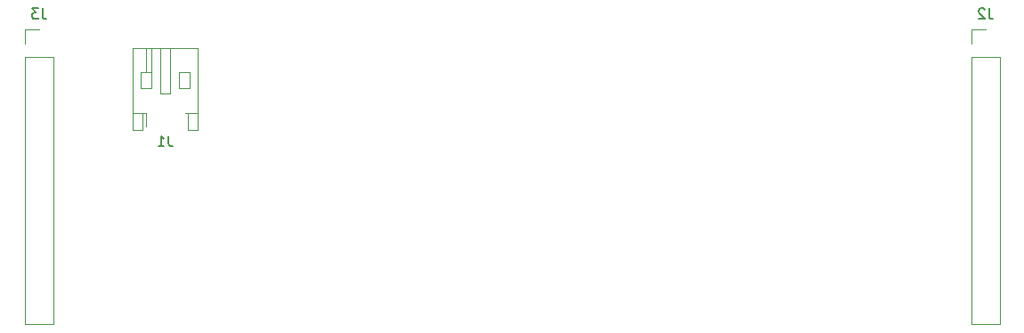
<source format=gbr>
G04 #@! TF.GenerationSoftware,KiCad,Pcbnew,(5.1.2)-2*
G04 #@! TF.CreationDate,2019-12-17T20:00:21-05:00*
G04 #@! TF.ProjectId,digiobscura_mcu,64696769-6f62-4736-9375-72615f6d6375,0.1a*
G04 #@! TF.SameCoordinates,Original*
G04 #@! TF.FileFunction,Legend,Bot*
G04 #@! TF.FilePolarity,Positive*
%FSLAX46Y46*%
G04 Gerber Fmt 4.6, Leading zero omitted, Abs format (unit mm)*
G04 Created by KiCad (PCBNEW (5.1.2)-2) date 2019-12-17 20:00:21*
%MOMM*%
%LPD*%
G04 APERTURE LIST*
%ADD10C,0.120000*%
%ADD11C,0.150000*%
G04 APERTURE END LIST*
D10*
X195000000Y-148670000D02*
X193670000Y-148670000D01*
X193670000Y-148670000D02*
X193670000Y-150000000D01*
X193670000Y-151270000D02*
X193670000Y-176730000D01*
X196330000Y-176730000D02*
X193670000Y-176730000D01*
X196330000Y-151270000D02*
X196330000Y-176730000D01*
X196330000Y-151270000D02*
X193670000Y-151270000D01*
X105000000Y-148670000D02*
X103670000Y-148670000D01*
X103670000Y-148670000D02*
X103670000Y-150000000D01*
X103670000Y-151270000D02*
X103670000Y-176730000D01*
X106330000Y-176730000D02*
X103670000Y-176730000D01*
X106330000Y-151270000D02*
X106330000Y-176730000D01*
X106330000Y-151270000D02*
X103670000Y-151270000D01*
X115140000Y-156660000D02*
X115140000Y-157875000D01*
X115200000Y-152700000D02*
X115200000Y-150440000D01*
X115700000Y-152700000D02*
X115700000Y-150440000D01*
X118300000Y-154300000D02*
X119300000Y-154300000D01*
X118300000Y-152700000D02*
X118300000Y-154300000D01*
X119300000Y-152700000D02*
X118300000Y-152700000D01*
X119300000Y-154300000D02*
X119300000Y-152700000D01*
X115700000Y-154300000D02*
X114700000Y-154300000D01*
X115700000Y-152700000D02*
X115700000Y-154300000D01*
X114700000Y-152700000D02*
X115700000Y-152700000D01*
X114700000Y-154300000D02*
X114700000Y-152700000D01*
X120060000Y-156660000D02*
X119140000Y-156660000D01*
X113940000Y-156660000D02*
X114860000Y-156660000D01*
X117500000Y-154800000D02*
X117500000Y-150440000D01*
X116500000Y-154800000D02*
X117500000Y-154800000D01*
X116500000Y-150440000D02*
X116500000Y-154800000D01*
X119140000Y-156660000D02*
X118860000Y-156660000D01*
X119140000Y-158260000D02*
X119140000Y-156660000D01*
X120060000Y-158260000D02*
X119140000Y-158260000D01*
X120060000Y-150440000D02*
X120060000Y-158260000D01*
X113940000Y-150440000D02*
X120060000Y-150440000D01*
X113940000Y-158260000D02*
X113940000Y-150440000D01*
X114860000Y-158260000D02*
X113940000Y-158260000D01*
X114860000Y-156660000D02*
X114860000Y-158260000D01*
X115140000Y-156660000D02*
X114860000Y-156660000D01*
D11*
X195333333Y-146682380D02*
X195333333Y-147396666D01*
X195380952Y-147539523D01*
X195476190Y-147634761D01*
X195619047Y-147682380D01*
X195714285Y-147682380D01*
X194904761Y-146777619D02*
X194857142Y-146730000D01*
X194761904Y-146682380D01*
X194523809Y-146682380D01*
X194428571Y-146730000D01*
X194380952Y-146777619D01*
X194333333Y-146872857D01*
X194333333Y-146968095D01*
X194380952Y-147110952D01*
X194952380Y-147682380D01*
X194333333Y-147682380D01*
X105333333Y-146682380D02*
X105333333Y-147396666D01*
X105380952Y-147539523D01*
X105476190Y-147634761D01*
X105619047Y-147682380D01*
X105714285Y-147682380D01*
X104952380Y-146682380D02*
X104333333Y-146682380D01*
X104666666Y-147063333D01*
X104523809Y-147063333D01*
X104428571Y-147110952D01*
X104380952Y-147158571D01*
X104333333Y-147253809D01*
X104333333Y-147491904D01*
X104380952Y-147587142D01*
X104428571Y-147634761D01*
X104523809Y-147682380D01*
X104809523Y-147682380D01*
X104904761Y-147634761D01*
X104952380Y-147587142D01*
X117333333Y-158802380D02*
X117333333Y-159516666D01*
X117380952Y-159659523D01*
X117476190Y-159754761D01*
X117619047Y-159802380D01*
X117714285Y-159802380D01*
X116333333Y-159802380D02*
X116904761Y-159802380D01*
X116619047Y-159802380D02*
X116619047Y-158802380D01*
X116714285Y-158945238D01*
X116809523Y-159040476D01*
X116904761Y-159088095D01*
M02*

</source>
